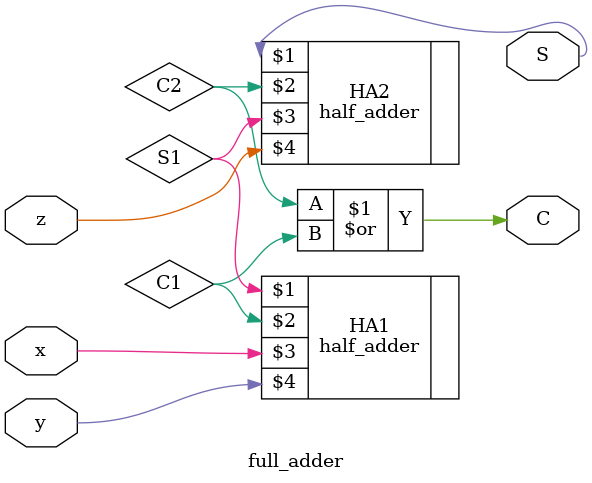
<source format=v>
module full_adder(S, C, x, y, z);

output S, C;
input x, y, z;
wire S1, C1, C2;

half_adder HA1(S1, C1, x, y);
half_adder HA2(S, C2, S1, z);
or G1(C, C2, C1);

endmodule 
</source>
